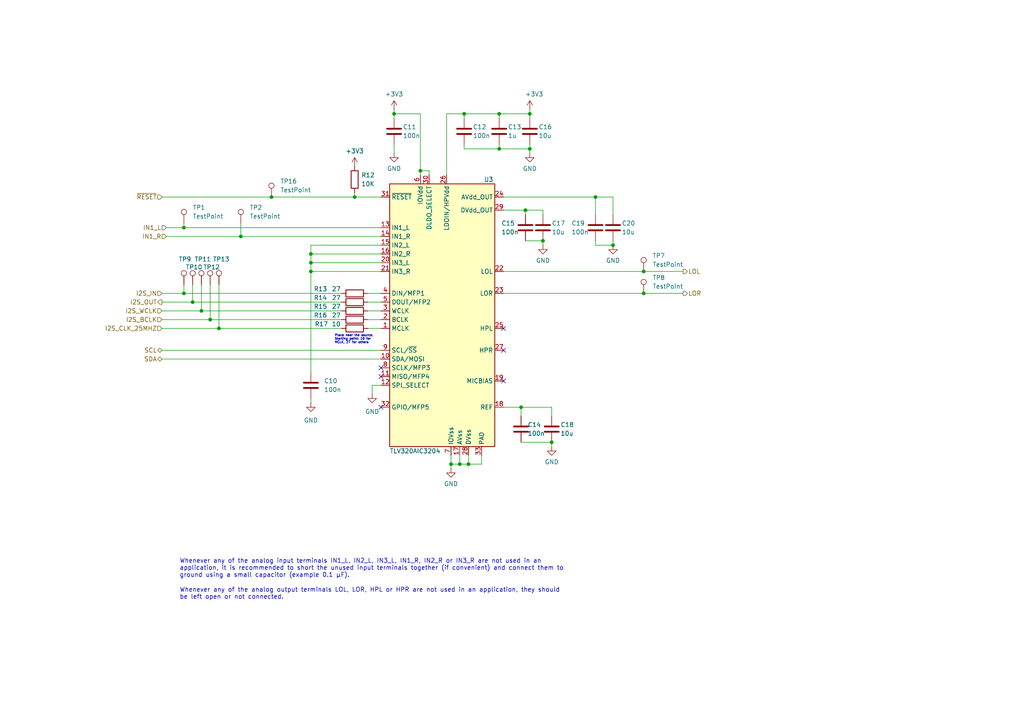
<source format=kicad_sch>
(kicad_sch (version 20250114) (generator "eeschema") (generator_version "9.0")
  (paper "A4")
  (title_block (title "RPi SA818 Hat") (rev "0.1") (company "Murgatroid Heavy Industries, LLC"))
  (lib_symbols
    (symbol "Connector:TestPoint" (pin_numbers (hide yes)) (pin_names (offset 0.762) (hide yes))
      (property "Reference" "TP" (at 0 6.858 0))
      (property "Value" "TestPoint" (at 0 5.08 0))
      (symbol "TestPoint_0_1"
        (circle (center 0 3.302) (radius 0.762))
      )
      (symbol "TestPoint_1_1"
        (pin passive line (at 0 0 90) (length 2.54) (name "1") (number "1"))
      )
    )
    (symbol "Device:C" (pin_numbers (hide yes)) (pin_names (offset 0.254))
      (property "Reference" "C" (at 0.635 2.54 0))
      (property "Value" "C" (at 0.635 -2.54 0))
      (symbol "C_0_1"
        (polyline (pts (xy -2.032 0.762) (xy 2.032 0.762)) (stroke (width 0.508)))
        (polyline (pts (xy -2.032 -0.762) (xy 2.032 -0.762)) (stroke (width 0.508)))
      )
      (symbol "C_1_1"
        (pin passive line (at 0 3.81 270) (length 2.794) (name "~") (number "1"))
        (pin passive line (at 0 -3.81 90) (length 2.794) (name "~") (number "2"))
      )
    )
    (symbol "Device:R" (pin_numbers (hide yes)) (pin_names (offset 0))
      (property "Reference" "R" (at 2.032 0 90))
      (property "Value" "R" (at 0 0 90))
      (symbol "R_0_1"
        (rectangle (start -1.016 -2.54) (end 1.016 2.54) (stroke (width 0.254)))
      )
      (symbol "R_1_1"
        (pin passive line (at 0 3.81 270) (length 1.27) (name "~") (number "1"))
        (pin passive line (at 0 -3.81 90) (length 1.27) (name "~") (number "2"))
      )
    )
    (symbol "power:+3V3" (power) (pin_numbers (hide yes)) (pin_names (offset 0) (hide yes))
      (property "Value" "+3V3" (at 0 3.556 0))
      (symbol "+3V3_0_1"
        (polyline (pts (xy -0.762 1.27) (xy 0 2.54)))
        (polyline (pts (xy 0 2.54) (xy 0.762 1.27)))
        (polyline (pts (xy 0 0) (xy 0 2.54)))
      )
      (symbol "+3V3_1_1"
        (pin power_in line (at 0 0 90) (length 0) (name "~") (number "1"))
      )
    )
    (symbol "power:GND" (power) (pin_numbers (hide yes)) (pin_names (offset 0) (hide yes))
      (property "Value" "GND" (at 0 -3.81 0))
      (symbol "GND_0_1"
        (polyline (pts (xy 0 0) (xy 0 -1.27) (xy 1.27 -1.27) (xy 0 -2.54) (xy -1.27 -1.27) (xy 0 -1.27)))
      )
      (symbol "GND_1_1"
        (pin power_in line (at 0 0 270) (length 0) (name "~") (number "1"))
      )
    )
    (symbol "rpi_sa8x8hat:TLV320AIC3204"
      (property "Reference" "U" (at -13.97 39.37 0))
      (property "Value" "TLV320AIC3204" (at -7.62 -39.37 0))
      (symbol "TLV320AIC3204_0_1"
        (rectangle (start -15.24 38.1) (end 15.24 -38.1) (stroke (width 0.254)) (fill (type background)))
      )
      (symbol "TLV320AIC3204_1_0"
        (pin input line (at -17.78 34.29 0) (length 2.54) (name "~{RESET}") (number "31"))
        (pin input line (at -17.78 25.4 0) (length 2.54) (name "IN1_L") (number "13"))
        (pin input line (at -17.78 22.86 0) (length 2.54) (name "IN1_R") (number "14"))
        (pin input line (at -17.78 20.32 0) (length 2.54) (name "IN2_L") (number "15"))
        (pin input line (at -17.78 17.78 0) (length 2.54) (name "IN2_R") (number "16"))
        (pin input line (at -17.78 15.24 0) (length 2.54) (name "IN3_L") (number "20"))
        (pin input line (at -17.78 12.7 0) (length 2.54) (name "IN3_R") (number "21"))
        (pin input line (at -17.78 -15.24 0) (length 2.54) (name "SCLK/MFP3") (number "8"))
        (pin output line (at -17.78 -17.78 0) (length 2.54) (name "MISO/MFP4") (number "11"))
        (pin input line (at -17.78 -20.32 0) (length 2.54) (name "SPI_SELECT") (number "12"))
        (pin input line (at -17.78 -26.67 0) (length 2.54) (name "GPIO/MFP5") (number "32"))
        (pin input line (at -3.81 40.64 270) (length 2.54) (name "DLDO_SELECT") (number "30"))
        (pin power_in line (at 1.27 40.64 270) (length 2.54) (name "LDOIN/HPVdd") (number "26"))
        (pin power_in line (at 5.08 -40.64 90) (length 2.54) (name "AVss") (number "17"))
        (pin power_in line (at 7.62 -40.64 90) (length 2.54) (name "DVss") (number "28"))
        (pin passive line (at 11.43 -40.64 90) (length 2.54) (name "PAD") (number "33"))
        (pin power_out line (at 17.78 34.29 180) (length 2.54) (name "AVdd_OUT") (number "24"))
        (pin power_out line (at 17.78 30.48 180) (length 2.54) (name "DVdd_OUT") (number "29"))
        (pin output line (at 17.78 12.7 180) (length 2.54) (name "LOL") (number "22"))
        (pin output line (at 17.78 6.35 180) (length 2.54) (name "LOR") (number "23"))
        (pin output line (at 17.78 -3.81 180) (length 2.54) (name "HPL") (number "25"))
        (pin output line (at 17.78 -10.16 180) (length 2.54) (name "HPR") (number "27"))
        (pin output line (at 17.78 -19.05 180) (length 2.54) (name "MICBIAS") (number "19"))
        (pin output line (at 17.78 -26.67 180) (length 2.54) (name "REF") (number "18"))
      )
      (symbol "TLV320AIC3204_1_1"
        (pin input line (at -17.78 6.35 0) (length 2.54) (name "DIN/MFP1") (number "4"))
        (pin output line (at -17.78 3.81 0) (length 2.54) (name "DOUT/MFP2") (number "5"))
        (pin bidirectional line (at -17.78 1.27 0) (length 2.54) (name "WCLK") (number "3"))
        (pin bidirectional line (at -17.78 -1.27 0) (length 2.54) (name "BCLK") (number "2"))
        (pin input line (at -17.78 -3.81 0) (length 2.54) (name "MCLK") (number "1"))
        (pin input line (at -17.78 -10.16 0) (length 2.54) (name "SCL/~{SS}") (number "9"))
        (pin bidirectional line (at -17.78 -12.7 0) (length 2.54) (name "SDA/MOSI") (number "10"))
        (pin power_in line (at -6.35 40.64 270) (length 2.54) (name "IOVdd") (number "6"))
        (pin power_in line (at 2.54 -40.64 90) (length 2.54) (name "IOVss") (number "7"))
      )
    )
  )
  (text "Whenever any of the analog input terminals IN1_L, IN2_L, IN3_L, IN1_R, IN2_R or IN3_R are not used in an\napplication, it is recommended to short the unused input terminals together (if convenient) and connect them to\nground using a small capacitor (example 0.1 µF)." (at 52.07 167.64 0) (effects (font (size 1.27 1.27)) (justify left bottom)))
  (text "Place near the source.\nStarting point: 10 for\nMCLK, 27 for others" (at 97.028 99.822 0) (effects (font (size 0.635 0.635)) (justify left bottom)))
  (text "Whenever any of the analog output terminals LOL, LOR, HPL or HPR are not used in an application, they should\nbe left open or not connected." (at 52.07 173.99 0) (effects (font (size 1.27 1.27)) (justify left bottom)))
  (junction (at 151.13 118.11))
  (junction (at 160.02 128.27))
  (junction (at 153.67 33.02))
  (junction (at 90.17 76.2))
  (junction (at 177.8 71.12))
  (junction (at 63.5 95.25))
  (junction (at 130.81 134.62))
  (junction (at 78.74 57.15))
  (junction (at 53.34 85.09))
  (junction (at 144.78 43.18))
  (junction (at 58.42 90.17))
  (junction (at 102.87 57.15))
  (junction (at 186.69 85.09))
  (junction (at 135.89 134.62))
  (junction (at 69.85 68.58))
  (junction (at 114.3 33.02))
  (junction (at 90.17 78.74))
  (junction (at 157.48 69.85))
  (junction (at 144.78 33.02))
  (junction (at 134.62 33.02))
  (junction (at 60.96 92.71))
  (junction (at 53.34 66.04))
  (junction (at 133.35 134.62))
  (junction (at 186.69 78.74))
  (junction (at 172.72 57.15))
  (junction (at 90.17 73.66))
  (junction (at 153.67 43.18))
  (junction (at 152.4 60.96))
  (junction (at 55.88 87.63))
  (junction (at 121.92 49.53))
  (no_connect (at 110.49 109.22))
  (no_connect (at 146.05 95.25))
  (no_connect (at 110.49 106.68))
  (no_connect (at 110.49 118.11))
  (no_connect (at 146.05 110.49))
  (no_connect (at 146.05 101.6))
  (wire (pts (xy 55.88 87.63) (xy 99.06 87.63)))
  (wire (pts (xy 151.13 128.27) (xy 160.02 128.27)))
  (wire (pts (xy 177.8 57.15) (xy 177.8 62.23)))
  (wire (pts (xy 58.42 82.55) (xy 58.42 90.17)))
  (wire (pts (xy 46.99 92.71) (xy 60.96 92.71)))
  (wire (pts (xy 53.34 64.77) (xy 53.34 66.04)))
  (wire (pts (xy 153.67 41.91) (xy 153.67 43.18)))
  (wire (pts (xy 55.88 82.55) (xy 55.88 87.63)))
  (wire (pts (xy 146.05 118.11) (xy 151.13 118.11)))
  (wire (pts (xy 90.17 115.57) (xy 90.17 116.84)))
  (wire (pts (xy 90.17 78.74) (xy 90.17 107.95)))
  (wire (pts (xy 90.17 73.66) (xy 110.49 73.66)))
  (wire (pts (xy 90.17 76.2) (xy 110.49 76.2)))
  (wire (pts (xy 46.99 85.09) (xy 53.34 85.09)))
  (wire (pts (xy 152.4 69.85) (xy 157.48 69.85)))
  (wire (pts (xy 78.74 57.15) (xy 102.87 57.15)))
  (wire (pts (xy 151.13 118.11) (xy 151.13 120.65)))
  (wire (pts (xy 106.68 90.17) (xy 110.49 90.17)))
  (wire (pts (xy 134.62 33.02) (xy 144.78 33.02)))
  (wire (pts (xy 110.49 111.76) (xy 107.95 111.76)))
  (wire (pts (xy 130.81 134.62) (xy 130.81 135.89)))
  (wire (pts (xy 124.46 50.8) (xy 124.46 49.53)))
  (wire (pts (xy 133.35 134.62) (xy 135.89 134.62)))
  (wire (pts (xy 130.81 134.62) (xy 133.35 134.62)))
  (wire (pts (xy 129.54 33.02) (xy 134.62 33.02)))
  (wire (pts (xy 106.68 87.63) (xy 110.49 87.63)))
  (wire (pts (xy 63.5 95.25) (xy 99.06 95.25)))
  (wire (pts (xy 107.95 111.76) (xy 107.95 114.3)))
  (wire (pts (xy 153.67 31.75) (xy 153.67 33.02)))
  (wire (pts (xy 144.78 34.29) (xy 144.78 33.02)))
  (wire (pts (xy 146.05 57.15) (xy 172.72 57.15)))
  (wire (pts (xy 144.78 41.91) (xy 144.78 43.18)))
  (wire (pts (xy 60.96 82.55) (xy 60.96 92.71)))
  (wire (pts (xy 124.46 49.53) (xy 121.92 49.53)))
  (wire (pts (xy 102.87 55.88) (xy 102.87 57.15)))
  (wire (pts (xy 129.54 50.8) (xy 129.54 33.02)))
  (wire (pts (xy 153.67 44.45) (xy 153.67 43.18)))
  (wire (pts (xy 134.62 41.91) (xy 134.62 43.18)))
  (wire (pts (xy 121.92 49.53) (xy 121.92 33.02)))
  (wire (pts (xy 90.17 76.2) (xy 90.17 73.66)))
  (wire (pts (xy 160.02 120.65) (xy 160.02 118.11)))
  (wire (pts (xy 90.17 78.74) (xy 110.49 78.74)))
  (wire (pts (xy 152.4 60.96) (xy 157.48 60.96)))
  (wire (pts (xy 139.7 134.62) (xy 135.89 134.62)))
  (wire (pts (xy 114.3 41.91) (xy 114.3 44.45)))
  (wire (pts (xy 106.68 95.25) (xy 110.49 95.25)))
  (wire (pts (xy 106.68 85.09) (xy 110.49 85.09)))
  (wire (pts (xy 139.7 132.08) (xy 139.7 134.62)))
  (wire (pts (xy 90.17 71.12) (xy 110.49 71.12)))
  (wire (pts (xy 151.13 118.11) (xy 160.02 118.11)))
  (wire (pts (xy 46.99 90.17) (xy 58.42 90.17)))
  (wire (pts (xy 106.68 92.71) (xy 110.49 92.71)))
  (wire (pts (xy 102.87 57.15) (xy 110.49 57.15)))
  (wire (pts (xy 186.69 78.74) (xy 198.12 78.74)))
  (wire (pts (xy 90.17 76.2) (xy 90.17 78.74)))
  (wire (pts (xy 186.69 85.09) (xy 198.12 85.09)))
  (wire (pts (xy 46.99 104.14) (xy 110.49 104.14)))
  (wire (pts (xy 53.34 82.55) (xy 53.34 85.09)))
  (wire (pts (xy 153.67 34.29) (xy 153.67 33.02)))
  (wire (pts (xy 160.02 128.27) (xy 160.02 129.54)))
  (wire (pts (xy 53.34 66.04) (xy 110.49 66.04)))
  (wire (pts (xy 134.62 33.02) (xy 134.62 34.29)))
  (wire (pts (xy 157.48 71.12) (xy 157.48 69.85)))
  (wire (pts (xy 172.72 57.15) (xy 172.72 62.23)))
  (wire (pts (xy 134.62 43.18) (xy 144.78 43.18)))
  (wire (pts (xy 46.99 57.15) (xy 78.74 57.15)))
  (wire (pts (xy 172.72 69.85) (xy 172.72 71.12)))
  (wire (pts (xy 114.3 31.75) (xy 114.3 33.02)))
  (wire (pts (xy 144.78 43.18) (xy 153.67 43.18)))
  (wire (pts (xy 60.96 92.71) (xy 99.06 92.71)))
  (wire (pts (xy 144.78 33.02) (xy 153.67 33.02)))
  (wire (pts (xy 48.26 66.04) (xy 53.34 66.04)))
  (wire (pts (xy 133.35 132.08) (xy 133.35 134.62)))
  (wire (pts (xy 146.05 85.09) (xy 186.69 85.09)))
  (wire (pts (xy 53.34 85.09) (xy 99.06 85.09)))
  (wire (pts (xy 46.99 95.25) (xy 63.5 95.25)))
  (wire (pts (xy 172.72 57.15) (xy 177.8 57.15)))
  (wire (pts (xy 121.92 49.53) (xy 121.92 50.8)))
  (wire (pts (xy 46.99 87.63) (xy 55.88 87.63)))
  (wire (pts (xy 130.81 132.08) (xy 130.81 134.62)))
  (wire (pts (xy 177.8 69.85) (xy 177.8 71.12)))
  (wire (pts (xy 172.72 71.12) (xy 177.8 71.12)))
  (wire (pts (xy 146.05 78.74) (xy 186.69 78.74)))
  (wire (pts (xy 157.48 60.96) (xy 157.48 62.23)))
  (wire (pts (xy 69.85 64.77) (xy 69.85 68.58)))
  (wire (pts (xy 152.4 60.96) (xy 152.4 62.23)))
  (wire (pts (xy 58.42 90.17) (xy 99.06 90.17)))
  (wire (pts (xy 90.17 73.66) (xy 90.17 71.12)))
  (wire (pts (xy 146.05 60.96) (xy 152.4 60.96)))
  (wire (pts (xy 48.26 68.58) (xy 69.85 68.58)))
  (wire (pts (xy 114.3 33.02) (xy 121.92 33.02)))
  (wire (pts (xy 114.3 33.02) (xy 114.3 34.29)))
  (wire (pts (xy 69.85 68.58) (xy 110.49 68.58)))
  (wire (pts (xy 63.5 82.55) (xy 63.5 95.25)))
  (wire (pts (xy 135.89 132.08) (xy 135.89 134.62)))
  (wire (pts (xy 46.99 101.6) (xy 110.49 101.6)))
  (hierarchical_label "IN1_L" (shape input) (at 48.26 66.04 180))
  (hierarchical_label "I2S_WCLK" (shape input) (at 46.99 90.17 180))
  (hierarchical_label "I2S_CLK_25MHZ" (shape input) (at 46.99 95.25 180))
  (hierarchical_label "I2S_IN" (shape input) (at 46.99 85.09 180))
  (hierarchical_label "IN1_R" (shape input) (at 48.26 68.58 180))
  (hierarchical_label "SCL" (shape bidirectional) (at 46.99 101.6 180))
  (hierarchical_label "LOL" (shape output) (at 198.12 78.74 0))
  (hierarchical_label "LOR" (shape output) (at 198.12 85.09 0))
  (hierarchical_label "I2S_BCLK" (shape input) (at 46.99 92.71 180))
  (hierarchical_label "~{RESET}" (shape input) (at 46.99 57.15 180))
  (hierarchical_label "SDA" (shape bidirectional) (at 46.99 104.14 180))
  (hierarchical_label "I2S_OUT" (shape output) (at 46.99 87.63 180))
  (symbol (lib_id "Device:C") (at 90.17 111.76 0) (unit 1)
    (property "Reference" "C10" (at 93.98 110.4899 0) (effects (justify left)))
    (property "Value" "100n" (at 93.98 113.0299 0) (effects (justify left)))
    (property "Footprint" "Capacitor_SMD:C_0402_1005Metric" (effects (hide yes)))
    (property "Description" "Unpolarized capacitor" (effects (hide yes)))
  )
  (symbol (lib_id "power:GND") (at 157.48 71.12 0) (unit 1)
    (property "Reference" "#PWR028" (effects (hide yes)))
    (property "Value" "GND" (at 157.48 75.565 0))
    (property "Description" "Power symbol creates a global label with name \"GND\" , ground" (effects (hide yes)))
  )
  (symbol (lib_id "Device:R") (at 102.87 90.17 90) (unit 1)
    (property "Reference" "R15" (at 92.964 88.9 90))
    (property "Value" "27" (at 97.536 88.9 90))
    (property "Footprint" "Resistor_SMD:R_0402_1005Metric" (effects (hide yes)))
    (property "Description" "Resistor" (effects (hide yes)))
  )
  (symbol (lib_id "rpi_sa8x8hat:TLV320AIC3204") (at 128.27 91.44 0) (unit 1)
    (property "Reference" "U3" (at 140.335 52.07 0) (effects (justify left)))
    (property "Value" "TLV320AIC3204" (at 113.03 130.81 0) (effects (justify left)))
    (property "Footprint" "Package_DFN_QFN:QFN-32-1EP_5x5mm_P0.5mm_EP3.7x3.7mm" (effects (hide yes)))
    (property "Datasheet" "https://www.ti.com/lit/ds/symlink/tlv320aic3204.pdf" (effects (hide yes)))
    (property "Description" "Low-Power Stereo Audio Codec" (effects (hide yes)))
  )
  (symbol (lib_id "Device:R") (at 102.87 95.25 90) (unit 1)
    (property "Reference" "R17" (at 93.218 93.98 90))
    (property "Value" "10" (at 97.536 93.98 90))
    (property "Footprint" "Resistor_SMD:R_0402_1005Metric" (effects (hide yes)))
    (property "Description" "Resistor" (effects (hide yes)))
  )
  (symbol (lib_id "power:GND") (at 130.81 135.89 0) (unit 1)
    (property "Reference" "#PWR025" (effects (hide yes)))
    (property "Value" "GND" (at 130.81 140.335 0))
    (property "Description" "Power symbol creates a global label with name \"GND\" , ground" (effects (hide yes)))
  )
  (symbol (lib_id "Connector:TestPoint") (at 186.69 85.09 0) (unit 1)
    (property "Reference" "TP8" (at 189.23 80.5179 0) (effects (justify left)))
    (property "Value" "TestPoint" (at 189.23 83.0579 0) (effects (justify left)))
    (property "Footprint" "TestPoint:TestPoint_Pad_D1.0mm" (effects (hide yes)))
    (property "Description" "test point" (effects (hide yes)))
  )
  (symbol (lib_id "power:GND") (at 177.8 71.12 0) (unit 1)
    (property "Reference" "#PWR030" (effects (hide yes)))
    (property "Value" "GND" (at 177.8 75.565 0))
    (property "Description" "Power symbol creates a global label with name \"GND\" , ground" (effects (hide yes)))
  )
  (symbol (lib_id "Device:R") (at 102.87 87.63 90) (unit 1)
    (property "Reference" "R14" (at 92.964 86.36 90))
    (property "Value" "27" (at 97.536 86.36 90))
    (property "Footprint" "Resistor_SMD:R_0402_1005Metric" (effects (hide yes)))
    (property "Description" "Resistor" (effects (hide yes)))
  )
  (symbol (lib_id "Connector:TestPoint") (at 55.88 82.55 0) (unit 1)
    (property "Reference" "TP10" (at 53.848 77.47 0) (effects (justify left)))
    (property "Value" "TestPoint" (effects (hide yes)))
    (property "Footprint" "TestPoint:TestPoint_Pad_D1.0mm" (effects (hide yes)))
    (property "Description" "test point" (effects (hide yes)))
  )
  (symbol (lib_id "Device:R") (at 102.87 52.07 0) (unit 1)
    (property "Reference" "R12" (at 104.775 50.8 0) (effects (justify left)))
    (property "Value" "10K" (at 104.775 53.34 0) (effects (justify left)))
    (property "Footprint" "Resistor_SMD:R_0402_1005Metric" (effects (hide yes)))
    (property "Description" "Resistor" (effects (hide yes)))
  )
  (symbol (lib_id "Device:C") (at 177.8 66.04 0) (unit 1)
    (property "Reference" "C20" (at 180.34 64.77 0) (effects (justify left)))
    (property "Value" "10u" (at 180.34 67.31 0) (effects (justify left)))
    (property "Footprint" "Capacitor_SMD:C_0402_1005Metric" (effects (hide yes)))
    (property "Description" "Unpolarized capacitor" (effects (hide yes)))
  )
  (symbol (lib_id "Connector:TestPoint") (at 78.74 57.15 0) (unit 1)
    (property "Reference" "TP16" (at 81.28 52.5779 0) (effects (justify left)))
    (property "Value" "TestPoint" (at 81.28 55.1179 0) (effects (justify left)))
    (property "Footprint" "TestPoint:TestPoint_Pad_D1.0mm" (effects (hide yes)))
    (property "Description" "test point" (effects (hide yes)))
  )
  (symbol (lib_id "Device:C") (at 160.02 124.46 0) (unit 1)
    (property "Reference" "C18" (at 162.56 123.19 0) (effects (justify left)))
    (property "Value" "10u" (at 162.56 125.73 0) (effects (justify left)))
    (property "Footprint" "Capacitor_SMD:C_0402_1005Metric" (effects (hide yes)))
    (property "Description" "Unpolarized capacitor" (effects (hide yes)))
  )
  (symbol (lib_id "power:GND") (at 114.3 44.45 0) (unit 1)
    (property "Reference" "#PWR024" (effects (hide yes)))
    (property "Value" "GND" (at 114.3 48.895 0))
    (property "Description" "Power symbol creates a global label with name \"GND\" , ground" (effects (hide yes)))
  )
  (symbol (lib_id "power:GND") (at 107.95 114.3 0) (unit 1)
    (property "Reference" "#PWR022" (effects (hide yes)))
    (property "Value" "GND" (at 107.95 119.38 0))
    (property "Description" "Power symbol creates a global label with name \"GND\" , ground" (effects (hide yes)))
  )
  (symbol (lib_id "Connector:TestPoint") (at 69.85 64.77 0) (unit 1)
    (property "Reference" "TP2" (at 72.39 60.1979 0) (effects (justify left)))
    (property "Value" "TestPoint" (at 72.39 62.7379 0) (effects (justify left)))
    (property "Footprint" "TestPoint:TestPoint_Pad_D1.0mm" (effects (hide yes)))
    (property "Description" "test point" (effects (hide yes)))
  )
  (symbol (lib_id "power:+3V3") (at 153.67 31.75 0) (unit 1)
    (property "Reference" "#PWR026" (effects (hide yes)))
    (property "Value" "+3V3" (at 154.94 27.305 0))
    (property "Description" "Power symbol creates a global label with name \"+3V3\"" (effects (hide yes)))
  )
  (symbol (lib_id "Device:C") (at 172.72 66.04 0) (unit 1)
    (property "Reference" "C19" (at 165.735 64.77 0) (effects (justify left)))
    (property "Value" "100n" (at 165.735 67.31 0) (effects (justify left)))
    (property "Footprint" "Capacitor_SMD:C_0402_1005Metric" (effects (hide yes)))
    (property "Description" "Unpolarized capacitor" (effects (hide yes)))
  )
  (symbol (lib_id "Connector:TestPoint") (at 186.69 78.74 0) (unit 1)
    (property "Reference" "TP7" (at 189.23 74.1679 0) (effects (justify left)))
    (property "Value" "TestPoint" (at 189.23 76.7079 0) (effects (justify left)))
    (property "Footprint" "TestPoint:TestPoint_Pad_D1.0mm" (effects (hide yes)))
    (property "Description" "test point" (effects (hide yes)))
  )
  (symbol (lib_id "Device:C") (at 151.13 124.46 0) (unit 1)
    (property "Reference" "C14" (at 153.035 123.19 0) (effects (justify left)))
    (property "Value" "100n" (at 153.035 125.73 0) (effects (justify left)))
    (property "Footprint" "Capacitor_SMD:C_0402_1005Metric" (effects (hide yes)))
    (property "Description" "Unpolarized capacitor" (effects (hide yes)))
  )
  (symbol (lib_id "power:+3V3") (at 114.3 31.75 0) (unit 1)
    (property "Reference" "#PWR023" (effects (hide yes)))
    (property "Value" "+3V3" (at 114.3 27.305 0))
    (property "Description" "Power symbol creates a global label with name \"+3V3\"" (effects (hide yes)))
  )
  (symbol (lib_id "Connector:TestPoint") (at 53.34 82.55 0) (unit 1)
    (property "Reference" "TP9" (at 51.816 75.184 0) (effects (justify left)))
    (property "Value" "TestPoint" (effects (hide yes)))
    (property "Footprint" "TestPoint:TestPoint_Pad_D1.0mm" (effects (hide yes)))
    (property "Description" "test point" (effects (hide yes)))
  )
  (symbol (lib_id "power:+3V3") (at 102.87 48.26 0) (unit 1)
    (property "Reference" "#PWR021" (effects (hide yes)))
    (property "Value" "+3V3" (at 102.87 43.815 0))
    (property "Description" "Power symbol creates a global label with name \"+3V3\"" (effects (hide yes)))
  )
  (symbol (lib_id "Device:C") (at 144.78 38.1 0) (unit 1)
    (property "Reference" "C13" (at 147.32 36.83 0) (effects (justify left)))
    (property "Value" "1u" (at 147.32 39.37 0) (effects (justify left)))
    (property "Footprint" "Capacitor_SMD:C_0402_1005Metric" (effects (hide yes)))
    (property "Description" "Unpolarized capacitor" (effects (hide yes)))
  )
  (symbol (lib_id "Device:C") (at 157.48 66.04 0) (unit 1)
    (property "Reference" "C17" (at 160.02 64.77 0) (effects (justify left)))
    (property "Value" "10u" (at 160.02 67.31 0) (effects (justify left)))
    (property "Footprint" "Capacitor_SMD:C_0402_1005Metric" (effects (hide yes)))
    (property "Description" "Unpolarized capacitor" (effects (hide yes)))
  )
  (symbol (lib_id "power:GND") (at 160.02 129.54 0) (unit 1)
    (property "Reference" "#PWR029" (effects (hide yes)))
    (property "Value" "GND" (at 160.02 133.985 0))
    (property "Description" "Power symbol creates a global label with name \"GND\" , ground" (effects (hide yes)))
  )
  (symbol (lib_id "Connector:TestPoint") (at 58.42 82.55 0) (unit 1)
    (property "Reference" "TP11" (at 56.388 75.184 0) (effects (justify left)))
    (property "Value" "TestPoint" (effects (hide yes)))
    (property "Footprint" "TestPoint:TestPoint_Pad_D1.0mm" (effects (hide yes)))
    (property "Description" "test point" (effects (hide yes)))
  )
  (symbol (lib_id "power:GND") (at 90.17 116.84 0) (unit 1)
    (property "Reference" "#PWR020" (effects (hide yes)))
    (property "Value" "GND" (at 90.17 121.92 0))
    (property "Description" "Power symbol creates a global label with name \"GND\" , ground" (effects (hide yes)))
  )
  (symbol (lib_id "Device:C") (at 114.3 38.1 0) (unit 1)
    (property "Reference" "C11" (at 116.84 36.83 0) (effects (justify left)))
    (property "Value" "100n" (at 116.84 39.37 0) (effects (justify left)))
    (property "Footprint" "Capacitor_SMD:C_0402_1005Metric" (effects (hide yes)))
    (property "Description" "Unpolarized capacitor" (effects (hide yes)))
  )
  (symbol (lib_id "Device:C") (at 134.62 38.1 0) (unit 1)
    (property "Reference" "C12" (at 137.16 36.83 0) (effects (justify left)))
    (property "Value" "100n" (at 137.16 39.37 0) (effects (justify left)))
    (property "Footprint" "Capacitor_SMD:C_0402_1005Metric" (effects (hide yes)))
    (property "Description" "Unpolarized capacitor" (effects (hide yes)))
  )
  (symbol (lib_id "Connector:TestPoint") (at 53.34 64.77 0) (unit 1)
    (property "Reference" "TP1" (at 55.88 60.1979 0) (effects (justify left)))
    (property "Value" "TestPoint" (at 55.88 62.7379 0) (effects (justify left)))
    (property "Footprint" "TestPoint:TestPoint_Pad_D1.0mm" (effects (hide yes)))
    (property "Description" "test point" (effects (hide yes)))
  )
  (symbol (lib_id "Device:R") (at 102.87 92.71 90) (unit 1)
    (property "Reference" "R16" (at 92.964 91.44 90))
    (property "Value" "27" (at 97.536 91.44 90))
    (property "Footprint" "Resistor_SMD:R_0402_1005Metric" (effects (hide yes)))
    (property "Description" "Resistor" (effects (hide yes)))
  )
  (symbol (lib_id "Device:C") (at 153.67 38.1 0) (unit 1)
    (property "Reference" "C16" (at 156.21 36.83 0) (effects (justify left)))
    (property "Value" "10u" (at 156.21 39.37 0) (effects (justify left)))
    (property "Footprint" "Capacitor_SMD:C_0402_1005Metric" (effects (hide yes)))
    (property "Description" "Unpolarized capacitor" (effects (hide yes)))
  )
  (symbol (lib_id "Connector:TestPoint") (at 60.96 82.55 0) (unit 1)
    (property "Reference" "TP12" (at 58.928 77.47 0) (effects (justify left)))
    (property "Value" "TestPoint" (effects (hide yes)))
    (property "Footprint" "TestPoint:TestPoint_Pad_D1.0mm" (effects (hide yes)))
    (property "Description" "test point" (effects (hide yes)))
  )
  (symbol (lib_id "Connector:TestPoint") (at 63.5 82.55 0) (unit 1)
    (property "Reference" "TP13" (at 61.722 75.184 0) (effects (justify left)))
    (property "Value" "TestPoint" (effects (hide yes)))
    (property "Footprint" "TestPoint:TestPoint_Pad_D1.0mm" (effects (hide yes)))
    (property "Description" "test point" (effects (hide yes)))
  )
  (symbol (lib_id "Device:C") (at 152.4 66.04 0) (unit 1)
    (property "Reference" "C15" (at 145.415 64.77 0) (effects (justify left)))
    (property "Value" "100n" (at 145.415 67.31 0) (effects (justify left)))
    (property "Footprint" "Capacitor_SMD:C_0402_1005Metric" (effects (hide yes)))
    (property "Description" "Unpolarized capacitor" (effects (hide yes)))
  )
  (symbol (lib_id "power:GND") (at 153.67 44.45 0) (unit 1)
    (property "Reference" "#PWR027" (effects (hide yes)))
    (property "Value" "GND" (at 153.67 48.895 0))
    (property "Description" "Power symbol creates a global label with name \"GND\" , ground" (effects (hide yes)))
  )
  (symbol (lib_id "Device:R") (at 102.87 85.09 90) (unit 1)
    (property "Reference" "R13" (at 92.964 83.82 90))
    (property "Value" "27" (at 97.536 83.82 90))
    (property "Footprint" "Resistor_SMD:R_0402_1005Metric" (effects (hide yes)))
    (property "Description" "Resistor" (effects (hide yes)))
  )
)
</source>
